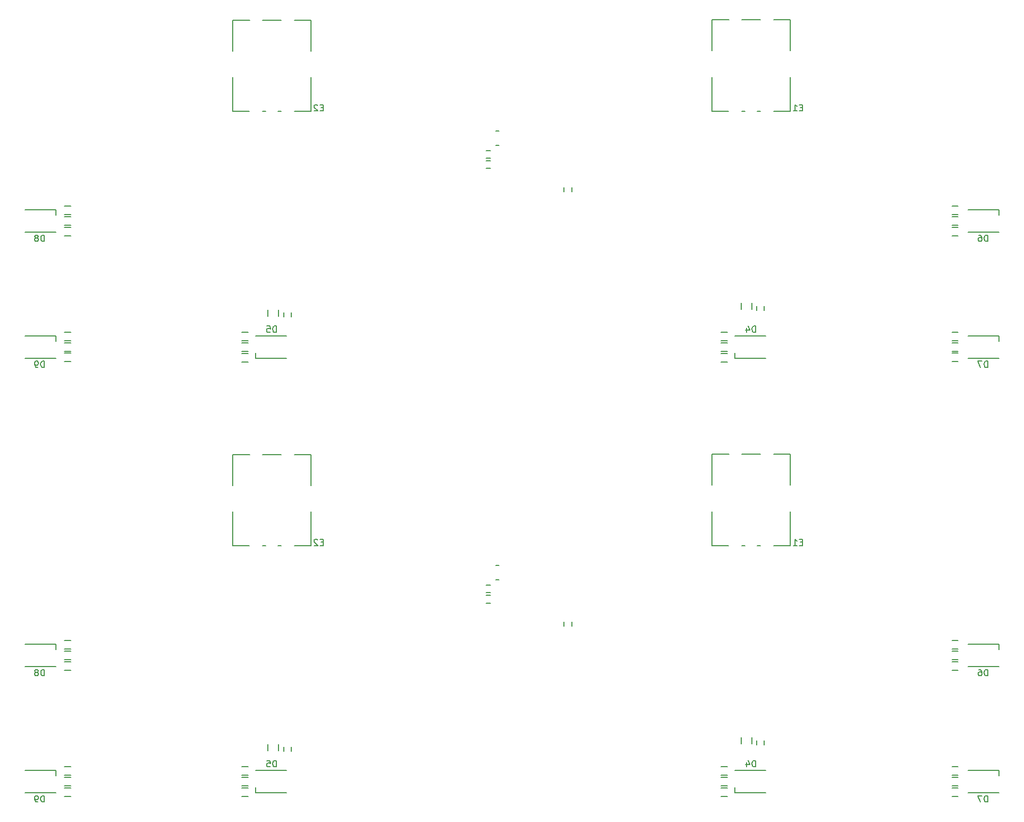
<source format=gbr>
G04 #@! TF.FileFunction,Legend,Bot*
%FSLAX46Y46*%
G04 Gerber Fmt 4.6, Leading zero omitted, Abs format (unit mm)*
G04 Created by KiCad (PCBNEW 4.0.1-stable) date Fri 05 Feb 2016 02:26:42 PM CET*
%MOMM*%
G01*
G04 APERTURE LIST*
%ADD10C,0.100000*%
%ADD11C,0.150000*%
G04 APERTURE END LIST*
D10*
D11*
X95195094Y-101613406D02*
X95695094Y-101613406D01*
X95195094Y-103883406D02*
X95695094Y-103883406D01*
X27669194Y-136985706D02*
X26669194Y-136985706D01*
X26669194Y-138335706D02*
X27669194Y-138335706D01*
X27669194Y-135309306D02*
X26669194Y-135309306D01*
X26669194Y-136659306D02*
X27669194Y-136659306D01*
X27669194Y-133632906D02*
X26669194Y-133632906D01*
X26669194Y-134982906D02*
X27669194Y-134982906D01*
X27669194Y-116945106D02*
X26669194Y-116945106D01*
X26669194Y-118295106D02*
X27669194Y-118295106D01*
X27669194Y-115268706D02*
X26669194Y-115268706D01*
X26669194Y-116618706D02*
X27669194Y-116618706D01*
X27669194Y-113592306D02*
X26669194Y-113592306D01*
X26669194Y-114942306D02*
X27669194Y-114942306D01*
X167740794Y-134982906D02*
X168740794Y-134982906D01*
X168740794Y-133632906D02*
X167740794Y-133632906D01*
X54825094Y-134982906D02*
X55825094Y-134982906D01*
X55825094Y-133632906D02*
X54825094Y-133632906D01*
X167740794Y-136659306D02*
X168740794Y-136659306D01*
X168740794Y-135309306D02*
X167740794Y-135309306D01*
X54825094Y-136684706D02*
X55825094Y-136684706D01*
X55825094Y-135334706D02*
X54825094Y-135334706D01*
X167740794Y-138335706D02*
X168740794Y-138335706D01*
X168740794Y-136985706D02*
X167740794Y-136985706D01*
X54825094Y-138386506D02*
X55825094Y-138386506D01*
X55825094Y-137036506D02*
X54825094Y-137036506D01*
X167740794Y-114942306D02*
X168740794Y-114942306D01*
X168740794Y-113592306D02*
X167740794Y-113592306D01*
X131050494Y-135008306D02*
X132050494Y-135008306D01*
X132050494Y-133658306D02*
X131050494Y-133658306D01*
X167740794Y-116618706D02*
X168740794Y-116618706D01*
X168740794Y-115268706D02*
X167740794Y-115268706D01*
X131050494Y-136684706D02*
X132050494Y-136684706D01*
X132050494Y-135334706D02*
X131050494Y-135334706D01*
X167740794Y-118295106D02*
X168740794Y-118295106D01*
X168740794Y-116945106D02*
X167740794Y-116945106D01*
X131050494Y-138386506D02*
X132050494Y-138386506D01*
X132050494Y-137036506D02*
X131050494Y-137036506D01*
X58606894Y-98519306D02*
X58106894Y-98519306D01*
X61106894Y-98519306D02*
X60606894Y-98519306D01*
X65856894Y-84019306D02*
X63206894Y-84019306D01*
X58106894Y-84019306D02*
X61106894Y-84019306D01*
X53356894Y-88919306D02*
X53356894Y-84019306D01*
X53356894Y-84019306D02*
X56106894Y-84019306D01*
X56006894Y-98519306D02*
X53356894Y-98519306D01*
X53356894Y-98519306D02*
X53356894Y-93119306D01*
X65856894Y-98519306D02*
X63206894Y-98519306D01*
X65856894Y-98519306D02*
X65856894Y-93119306D01*
X65856894Y-84019306D02*
X65856894Y-88919306D01*
X134832294Y-98468506D02*
X134332294Y-98468506D01*
X137332294Y-98468506D02*
X136832294Y-98468506D01*
X142082294Y-83968506D02*
X139432294Y-83968506D01*
X134332294Y-83968506D02*
X137332294Y-83968506D01*
X129582294Y-88868506D02*
X129582294Y-83968506D01*
X129582294Y-83968506D02*
X132332294Y-83968506D01*
X132232294Y-98468506D02*
X129582294Y-98468506D01*
X129582294Y-98468506D02*
X129582294Y-93068506D01*
X142082294Y-98468506D02*
X139432294Y-98468506D01*
X142082294Y-98468506D02*
X142082294Y-93068506D01*
X142082294Y-83968506D02*
X142082294Y-88868506D01*
X25248794Y-134197006D02*
X25248794Y-135097006D01*
X25248794Y-137797006D02*
X20348794Y-137797006D01*
X20348794Y-134197006D02*
X25248794Y-134197006D01*
X25261494Y-114143706D02*
X25261494Y-115043706D01*
X25261494Y-117743706D02*
X20361494Y-117743706D01*
X20361494Y-114143706D02*
X25261494Y-114143706D01*
X175248494Y-134197006D02*
X175248494Y-135097006D01*
X175248494Y-137797006D02*
X170348494Y-137797006D01*
X170348494Y-134197006D02*
X175248494Y-134197006D01*
X57042294Y-137809706D02*
X57042294Y-136909706D01*
X57042294Y-134209706D02*
X61942294Y-134209706D01*
X61942294Y-137809706D02*
X57042294Y-137809706D01*
X175248494Y-114143706D02*
X175248494Y-115043706D01*
X175248494Y-117743706D02*
X170348494Y-117743706D01*
X170348494Y-114143706D02*
X175248494Y-114143706D01*
X133254994Y-137809706D02*
X133254994Y-136909706D01*
X133254994Y-134209706D02*
X138154994Y-134209706D01*
X138154994Y-137809706D02*
X133254994Y-137809706D01*
X93710094Y-107602906D02*
X94410094Y-107602906D01*
X94410094Y-106402906D02*
X93710094Y-106402906D01*
X93710094Y-105951906D02*
X94410094Y-105951906D01*
X94410094Y-104751906D02*
X93710094Y-104751906D01*
X107296594Y-111289906D02*
X107296594Y-110589906D01*
X106096594Y-110589906D02*
X106096594Y-111289906D01*
X59014194Y-131095506D02*
X59014194Y-130095506D01*
X60714194Y-130095506D02*
X60714194Y-131095506D01*
X61486694Y-130499506D02*
X61486694Y-131199506D01*
X62686694Y-131199506D02*
X62686694Y-130499506D01*
X134261694Y-130016006D02*
X134261694Y-129016006D01*
X135961694Y-129016006D02*
X135961694Y-130016006D01*
X136734194Y-129483506D02*
X136734194Y-130183506D01*
X137934194Y-130183506D02*
X137934194Y-129483506D01*
X136734194Y-60384902D02*
X136734194Y-61084902D01*
X137934194Y-61084902D02*
X137934194Y-60384902D01*
X134261694Y-60917402D02*
X134261694Y-59917402D01*
X135961694Y-59917402D02*
X135961694Y-60917402D01*
X61486694Y-61400902D02*
X61486694Y-62100902D01*
X62686694Y-62100902D02*
X62686694Y-61400902D01*
X59014194Y-61996902D02*
X59014194Y-60996902D01*
X60714194Y-60996902D02*
X60714194Y-61996902D01*
X107296594Y-42191302D02*
X107296594Y-41491302D01*
X106096594Y-41491302D02*
X106096594Y-42191302D01*
X93710094Y-36853302D02*
X94410094Y-36853302D01*
X94410094Y-35653302D02*
X93710094Y-35653302D01*
X93710094Y-38504302D02*
X94410094Y-38504302D01*
X94410094Y-37304302D02*
X93710094Y-37304302D01*
X133254994Y-68711102D02*
X133254994Y-67811102D01*
X133254994Y-65111102D02*
X138154994Y-65111102D01*
X138154994Y-68711102D02*
X133254994Y-68711102D01*
X175248494Y-45045102D02*
X175248494Y-45945102D01*
X175248494Y-48645102D02*
X170348494Y-48645102D01*
X170348494Y-45045102D02*
X175248494Y-45045102D01*
X57042294Y-68711102D02*
X57042294Y-67811102D01*
X57042294Y-65111102D02*
X61942294Y-65111102D01*
X61942294Y-68711102D02*
X57042294Y-68711102D01*
X175248494Y-65098402D02*
X175248494Y-65998402D01*
X175248494Y-68698402D02*
X170348494Y-68698402D01*
X170348494Y-65098402D02*
X175248494Y-65098402D01*
X25261494Y-45045102D02*
X25261494Y-45945102D01*
X25261494Y-48645102D02*
X20361494Y-48645102D01*
X20361494Y-45045102D02*
X25261494Y-45045102D01*
X25248794Y-65098402D02*
X25248794Y-65998402D01*
X25248794Y-68698402D02*
X20348794Y-68698402D01*
X20348794Y-65098402D02*
X25248794Y-65098402D01*
X134832294Y-29369902D02*
X134332294Y-29369902D01*
X137332294Y-29369902D02*
X136832294Y-29369902D01*
X142082294Y-14869902D02*
X139432294Y-14869902D01*
X134332294Y-14869902D02*
X137332294Y-14869902D01*
X129582294Y-19769902D02*
X129582294Y-14869902D01*
X129582294Y-14869902D02*
X132332294Y-14869902D01*
X132232294Y-29369902D02*
X129582294Y-29369902D01*
X129582294Y-29369902D02*
X129582294Y-23969902D01*
X142082294Y-29369902D02*
X139432294Y-29369902D01*
X142082294Y-29369902D02*
X142082294Y-23969902D01*
X142082294Y-14869902D02*
X142082294Y-19769902D01*
X58606894Y-29420702D02*
X58106894Y-29420702D01*
X61106894Y-29420702D02*
X60606894Y-29420702D01*
X65856894Y-14920702D02*
X63206894Y-14920702D01*
X58106894Y-14920702D02*
X61106894Y-14920702D01*
X53356894Y-19820702D02*
X53356894Y-14920702D01*
X53356894Y-14920702D02*
X56106894Y-14920702D01*
X56006894Y-29420702D02*
X53356894Y-29420702D01*
X53356894Y-29420702D02*
X53356894Y-24020702D01*
X65856894Y-29420702D02*
X63206894Y-29420702D01*
X65856894Y-29420702D02*
X65856894Y-24020702D01*
X65856894Y-14920702D02*
X65856894Y-19820702D01*
X131050494Y-69287902D02*
X132050494Y-69287902D01*
X132050494Y-67937902D02*
X131050494Y-67937902D01*
X167740794Y-49196502D02*
X168740794Y-49196502D01*
X168740794Y-47846502D02*
X167740794Y-47846502D01*
X131050494Y-67586102D02*
X132050494Y-67586102D01*
X132050494Y-66236102D02*
X131050494Y-66236102D01*
X167740794Y-47520102D02*
X168740794Y-47520102D01*
X168740794Y-46170102D02*
X167740794Y-46170102D01*
X131050494Y-65909702D02*
X132050494Y-65909702D01*
X132050494Y-64559702D02*
X131050494Y-64559702D01*
X167740794Y-45843702D02*
X168740794Y-45843702D01*
X168740794Y-44493702D02*
X167740794Y-44493702D01*
X54825094Y-69287902D02*
X55825094Y-69287902D01*
X55825094Y-67937902D02*
X54825094Y-67937902D01*
X167740794Y-69237102D02*
X168740794Y-69237102D01*
X168740794Y-67887102D02*
X167740794Y-67887102D01*
X54825094Y-67586102D02*
X55825094Y-67586102D01*
X55825094Y-66236102D02*
X54825094Y-66236102D01*
X167740794Y-67560702D02*
X168740794Y-67560702D01*
X168740794Y-66210702D02*
X167740794Y-66210702D01*
X54825094Y-65884302D02*
X55825094Y-65884302D01*
X55825094Y-64534302D02*
X54825094Y-64534302D01*
X167740794Y-65884302D02*
X168740794Y-65884302D01*
X168740794Y-64534302D02*
X167740794Y-64534302D01*
X27669194Y-44493702D02*
X26669194Y-44493702D01*
X26669194Y-45843702D02*
X27669194Y-45843702D01*
X27669194Y-46170102D02*
X26669194Y-46170102D01*
X26669194Y-47520102D02*
X27669194Y-47520102D01*
X27669194Y-47846502D02*
X26669194Y-47846502D01*
X26669194Y-49196502D02*
X27669194Y-49196502D01*
X27669194Y-64534302D02*
X26669194Y-64534302D01*
X26669194Y-65884302D02*
X27669194Y-65884302D01*
X27669194Y-66210702D02*
X26669194Y-66210702D01*
X26669194Y-67560702D02*
X27669194Y-67560702D01*
X27669194Y-67887102D02*
X26669194Y-67887102D01*
X26669194Y-69237102D02*
X27669194Y-69237102D01*
X95195094Y-32514802D02*
X95695094Y-32514802D01*
X95195094Y-34784802D02*
X95695094Y-34784802D01*
X67750370Y-97939877D02*
X67417036Y-97939877D01*
X67274179Y-98463687D02*
X67750370Y-98463687D01*
X67750370Y-97463687D01*
X67274179Y-97463687D01*
X66893227Y-97558925D02*
X66845608Y-97511306D01*
X66750370Y-97463687D01*
X66512274Y-97463687D01*
X66417036Y-97511306D01*
X66369417Y-97558925D01*
X66321798Y-97654163D01*
X66321798Y-97749401D01*
X66369417Y-97892258D01*
X66940846Y-98463687D01*
X66321798Y-98463687D01*
X143975770Y-97939877D02*
X143642436Y-97939877D01*
X143499579Y-98463687D02*
X143975770Y-98463687D01*
X143975770Y-97463687D01*
X143499579Y-97463687D01*
X142547198Y-98463687D02*
X143118627Y-98463687D01*
X142832913Y-98463687D02*
X142832913Y-97463687D01*
X142928151Y-97606544D01*
X143023389Y-97701782D01*
X143118627Y-97749401D01*
X23436889Y-139249387D02*
X23436889Y-138249387D01*
X23198794Y-138249387D01*
X23055936Y-138297006D01*
X22960698Y-138392244D01*
X22913079Y-138487482D01*
X22865460Y-138677958D01*
X22865460Y-138820816D01*
X22913079Y-139011292D01*
X22960698Y-139106530D01*
X23055936Y-139201768D01*
X23198794Y-139249387D01*
X23436889Y-139249387D01*
X22389270Y-139249387D02*
X22198794Y-139249387D01*
X22103555Y-139201768D01*
X22055936Y-139154149D01*
X21960698Y-139011292D01*
X21913079Y-138820816D01*
X21913079Y-138439863D01*
X21960698Y-138344625D01*
X22008317Y-138297006D01*
X22103555Y-138249387D01*
X22294032Y-138249387D01*
X22389270Y-138297006D01*
X22436889Y-138344625D01*
X22484508Y-138439863D01*
X22484508Y-138677958D01*
X22436889Y-138773196D01*
X22389270Y-138820816D01*
X22294032Y-138868435D01*
X22103555Y-138868435D01*
X22008317Y-138820816D01*
X21960698Y-138773196D01*
X21913079Y-138677958D01*
X23449589Y-119196087D02*
X23449589Y-118196087D01*
X23211494Y-118196087D01*
X23068636Y-118243706D01*
X22973398Y-118338944D01*
X22925779Y-118434182D01*
X22878160Y-118624658D01*
X22878160Y-118767516D01*
X22925779Y-118957992D01*
X22973398Y-119053230D01*
X23068636Y-119148468D01*
X23211494Y-119196087D01*
X23449589Y-119196087D01*
X22306732Y-118624658D02*
X22401970Y-118577039D01*
X22449589Y-118529420D01*
X22497208Y-118434182D01*
X22497208Y-118386563D01*
X22449589Y-118291325D01*
X22401970Y-118243706D01*
X22306732Y-118196087D01*
X22116255Y-118196087D01*
X22021017Y-118243706D01*
X21973398Y-118291325D01*
X21925779Y-118386563D01*
X21925779Y-118434182D01*
X21973398Y-118529420D01*
X22021017Y-118577039D01*
X22116255Y-118624658D01*
X22306732Y-118624658D01*
X22401970Y-118672277D01*
X22449589Y-118719896D01*
X22497208Y-118815135D01*
X22497208Y-119005611D01*
X22449589Y-119100849D01*
X22401970Y-119148468D01*
X22306732Y-119196087D01*
X22116255Y-119196087D01*
X22021017Y-119148468D01*
X21973398Y-119100849D01*
X21925779Y-119005611D01*
X21925779Y-118815135D01*
X21973398Y-118719896D01*
X22021017Y-118672277D01*
X22116255Y-118624658D01*
X173436589Y-139249387D02*
X173436589Y-138249387D01*
X173198494Y-138249387D01*
X173055636Y-138297006D01*
X172960398Y-138392244D01*
X172912779Y-138487482D01*
X172865160Y-138677958D01*
X172865160Y-138820816D01*
X172912779Y-139011292D01*
X172960398Y-139106530D01*
X173055636Y-139201768D01*
X173198494Y-139249387D01*
X173436589Y-139249387D01*
X172531827Y-138249387D02*
X171865160Y-138249387D01*
X172293732Y-139249387D01*
X60330389Y-133662087D02*
X60330389Y-132662087D01*
X60092294Y-132662087D01*
X59949436Y-132709706D01*
X59854198Y-132804944D01*
X59806579Y-132900182D01*
X59758960Y-133090658D01*
X59758960Y-133233516D01*
X59806579Y-133423992D01*
X59854198Y-133519230D01*
X59949436Y-133614468D01*
X60092294Y-133662087D01*
X60330389Y-133662087D01*
X58854198Y-132662087D02*
X59330389Y-132662087D01*
X59378008Y-133138277D01*
X59330389Y-133090658D01*
X59235151Y-133043039D01*
X58997055Y-133043039D01*
X58901817Y-133090658D01*
X58854198Y-133138277D01*
X58806579Y-133233516D01*
X58806579Y-133471611D01*
X58854198Y-133566849D01*
X58901817Y-133614468D01*
X58997055Y-133662087D01*
X59235151Y-133662087D01*
X59330389Y-133614468D01*
X59378008Y-133566849D01*
X173461989Y-119196087D02*
X173461989Y-118196087D01*
X173223894Y-118196087D01*
X173081036Y-118243706D01*
X172985798Y-118338944D01*
X172938179Y-118434182D01*
X172890560Y-118624658D01*
X172890560Y-118767516D01*
X172938179Y-118957992D01*
X172985798Y-119053230D01*
X173081036Y-119148468D01*
X173223894Y-119196087D01*
X173461989Y-119196087D01*
X172033417Y-118196087D02*
X172223894Y-118196087D01*
X172319132Y-118243706D01*
X172366751Y-118291325D01*
X172461989Y-118434182D01*
X172509608Y-118624658D01*
X172509608Y-119005611D01*
X172461989Y-119100849D01*
X172414370Y-119148468D01*
X172319132Y-119196087D01*
X172128655Y-119196087D01*
X172033417Y-119148468D01*
X171985798Y-119100849D01*
X171938179Y-119005611D01*
X171938179Y-118767516D01*
X171985798Y-118672277D01*
X172033417Y-118624658D01*
X172128655Y-118577039D01*
X172319132Y-118577039D01*
X172414370Y-118624658D01*
X172461989Y-118672277D01*
X172509608Y-118767516D01*
X136543089Y-133662087D02*
X136543089Y-132662087D01*
X136304994Y-132662087D01*
X136162136Y-132709706D01*
X136066898Y-132804944D01*
X136019279Y-132900182D01*
X135971660Y-133090658D01*
X135971660Y-133233516D01*
X136019279Y-133423992D01*
X136066898Y-133519230D01*
X136162136Y-133614468D01*
X136304994Y-133662087D01*
X136543089Y-133662087D01*
X135114517Y-132995420D02*
X135114517Y-133662087D01*
X135352613Y-132614468D02*
X135590708Y-133328754D01*
X134971660Y-133328754D01*
X136543089Y-64563483D02*
X136543089Y-63563483D01*
X136304994Y-63563483D01*
X136162136Y-63611102D01*
X136066898Y-63706340D01*
X136019279Y-63801578D01*
X135971660Y-63992054D01*
X135971660Y-64134912D01*
X136019279Y-64325388D01*
X136066898Y-64420626D01*
X136162136Y-64515864D01*
X136304994Y-64563483D01*
X136543089Y-64563483D01*
X135114517Y-63896816D02*
X135114517Y-64563483D01*
X135352613Y-63515864D02*
X135590708Y-64230150D01*
X134971660Y-64230150D01*
X173461989Y-50097483D02*
X173461989Y-49097483D01*
X173223894Y-49097483D01*
X173081036Y-49145102D01*
X172985798Y-49240340D01*
X172938179Y-49335578D01*
X172890560Y-49526054D01*
X172890560Y-49668912D01*
X172938179Y-49859388D01*
X172985798Y-49954626D01*
X173081036Y-50049864D01*
X173223894Y-50097483D01*
X173461989Y-50097483D01*
X172033417Y-49097483D02*
X172223894Y-49097483D01*
X172319132Y-49145102D01*
X172366751Y-49192721D01*
X172461989Y-49335578D01*
X172509608Y-49526054D01*
X172509608Y-49907007D01*
X172461989Y-50002245D01*
X172414370Y-50049864D01*
X172319132Y-50097483D01*
X172128655Y-50097483D01*
X172033417Y-50049864D01*
X171985798Y-50002245D01*
X171938179Y-49907007D01*
X171938179Y-49668912D01*
X171985798Y-49573673D01*
X172033417Y-49526054D01*
X172128655Y-49478435D01*
X172319132Y-49478435D01*
X172414370Y-49526054D01*
X172461989Y-49573673D01*
X172509608Y-49668912D01*
X60330389Y-64563483D02*
X60330389Y-63563483D01*
X60092294Y-63563483D01*
X59949436Y-63611102D01*
X59854198Y-63706340D01*
X59806579Y-63801578D01*
X59758960Y-63992054D01*
X59758960Y-64134912D01*
X59806579Y-64325388D01*
X59854198Y-64420626D01*
X59949436Y-64515864D01*
X60092294Y-64563483D01*
X60330389Y-64563483D01*
X58854198Y-63563483D02*
X59330389Y-63563483D01*
X59378008Y-64039673D01*
X59330389Y-63992054D01*
X59235151Y-63944435D01*
X58997055Y-63944435D01*
X58901817Y-63992054D01*
X58854198Y-64039673D01*
X58806579Y-64134912D01*
X58806579Y-64373007D01*
X58854198Y-64468245D01*
X58901817Y-64515864D01*
X58997055Y-64563483D01*
X59235151Y-64563483D01*
X59330389Y-64515864D01*
X59378008Y-64468245D01*
X173436589Y-70150783D02*
X173436589Y-69150783D01*
X173198494Y-69150783D01*
X173055636Y-69198402D01*
X172960398Y-69293640D01*
X172912779Y-69388878D01*
X172865160Y-69579354D01*
X172865160Y-69722212D01*
X172912779Y-69912688D01*
X172960398Y-70007926D01*
X173055636Y-70103164D01*
X173198494Y-70150783D01*
X173436589Y-70150783D01*
X172531827Y-69150783D02*
X171865160Y-69150783D01*
X172293732Y-70150783D01*
X23449589Y-50097483D02*
X23449589Y-49097483D01*
X23211494Y-49097483D01*
X23068636Y-49145102D01*
X22973398Y-49240340D01*
X22925779Y-49335578D01*
X22878160Y-49526054D01*
X22878160Y-49668912D01*
X22925779Y-49859388D01*
X22973398Y-49954626D01*
X23068636Y-50049864D01*
X23211494Y-50097483D01*
X23449589Y-50097483D01*
X22306732Y-49526054D02*
X22401970Y-49478435D01*
X22449589Y-49430816D01*
X22497208Y-49335578D01*
X22497208Y-49287959D01*
X22449589Y-49192721D01*
X22401970Y-49145102D01*
X22306732Y-49097483D01*
X22116255Y-49097483D01*
X22021017Y-49145102D01*
X21973398Y-49192721D01*
X21925779Y-49287959D01*
X21925779Y-49335578D01*
X21973398Y-49430816D01*
X22021017Y-49478435D01*
X22116255Y-49526054D01*
X22306732Y-49526054D01*
X22401970Y-49573673D01*
X22449589Y-49621292D01*
X22497208Y-49716531D01*
X22497208Y-49907007D01*
X22449589Y-50002245D01*
X22401970Y-50049864D01*
X22306732Y-50097483D01*
X22116255Y-50097483D01*
X22021017Y-50049864D01*
X21973398Y-50002245D01*
X21925779Y-49907007D01*
X21925779Y-49716531D01*
X21973398Y-49621292D01*
X22021017Y-49573673D01*
X22116255Y-49526054D01*
X23436889Y-70150783D02*
X23436889Y-69150783D01*
X23198794Y-69150783D01*
X23055936Y-69198402D01*
X22960698Y-69293640D01*
X22913079Y-69388878D01*
X22865460Y-69579354D01*
X22865460Y-69722212D01*
X22913079Y-69912688D01*
X22960698Y-70007926D01*
X23055936Y-70103164D01*
X23198794Y-70150783D01*
X23436889Y-70150783D01*
X22389270Y-70150783D02*
X22198794Y-70150783D01*
X22103555Y-70103164D01*
X22055936Y-70055545D01*
X21960698Y-69912688D01*
X21913079Y-69722212D01*
X21913079Y-69341259D01*
X21960698Y-69246021D01*
X22008317Y-69198402D01*
X22103555Y-69150783D01*
X22294032Y-69150783D01*
X22389270Y-69198402D01*
X22436889Y-69246021D01*
X22484508Y-69341259D01*
X22484508Y-69579354D01*
X22436889Y-69674592D01*
X22389270Y-69722212D01*
X22294032Y-69769831D01*
X22103555Y-69769831D01*
X22008317Y-69722212D01*
X21960698Y-69674592D01*
X21913079Y-69579354D01*
X143975770Y-28841273D02*
X143642436Y-28841273D01*
X143499579Y-29365083D02*
X143975770Y-29365083D01*
X143975770Y-28365083D01*
X143499579Y-28365083D01*
X142547198Y-29365083D02*
X143118627Y-29365083D01*
X142832913Y-29365083D02*
X142832913Y-28365083D01*
X142928151Y-28507940D01*
X143023389Y-28603178D01*
X143118627Y-28650797D01*
X67750370Y-28841273D02*
X67417036Y-28841273D01*
X67274179Y-29365083D02*
X67750370Y-29365083D01*
X67750370Y-28365083D01*
X67274179Y-28365083D01*
X66893227Y-28460321D02*
X66845608Y-28412702D01*
X66750370Y-28365083D01*
X66512274Y-28365083D01*
X66417036Y-28412702D01*
X66369417Y-28460321D01*
X66321798Y-28555559D01*
X66321798Y-28650797D01*
X66369417Y-28793654D01*
X66940846Y-29365083D01*
X66321798Y-29365083D01*
M02*

</source>
